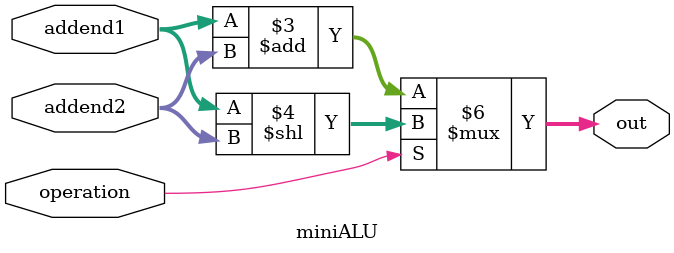
<source format=sv>
module miniALU(addend1, addend2, operation, out);
	// Declare inputs/outputs
	input [3:0] addend1, addend2;
	input operation;
	output [19:0] out;
	
	// Not sure if this is possible. To be honest very confused on how to add arrays from bits to each other or integers etc. so you probably need to fix all of the operations
	always_comb begin
	if (operation == 1'b0)
		out = addend1 + addend2;
	else
		out = addend1 << addend2;
	end
	
endmodule
</source>
